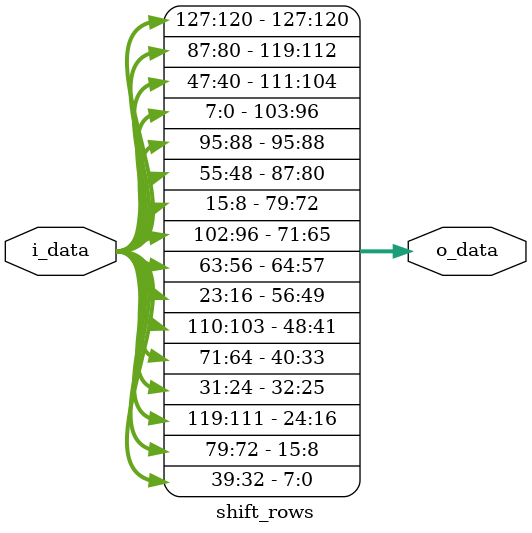
<source format=sv>

module shift_rows
  (
   input wire [127:0] i_data,
   output reg [127:0] o_data
   );

   // state array.T
   // {i_data[127:120], i_data[119:111], i_data[110:103], i_data[102:96],
   //  i_data[95:88],i_data[87:80], i_data[79:72],i_data[71:64], 
   //  i_data[63:56], i_data[55:48], i_data[47:40], i_data[39:32], 
   //  i_data[31:24], i_data[23:16], i_data[15:8], i_data[7:0]};

   // state array
   // {i_data[127:120], i_data[95:88], i_data[63:56], i_data[31:24],
   //  i_data[119:111],i_data[87:80], i_data[79:72],i_data[71:64], 
   //  i_data[110:103], i_data[55:48], i_data[47:40], i_data[39:32], 
   //  i_data[102:96], i_data[23:16], i_data[15:8], i_data[7:0]};

   // shifted
   /*
     assign o_data = {i_data[127:120], i_data[23:16], i_data[47:40], i_data[71:64],
     i_data[119:111], i_data[95:88], i_data[15:8], i_data[39:32],
     i_data[110:103], i_data[87:80], i_data[63:56], i_data[7:0],
     i_data[102:96], i_data[55:48], i_data[79:72], i_data[31:24]};
    */
   // assign o_data = {i_data[127:120], i_data[95:88], i_data[63:56], i_data[31:24],
   // 		    i_data[87:80], i_data[55:48], i_data[23:16], i_data[95:88],
   // 		    i_data[47:40], i_data[15:8], i_data[63:56],	i_data[79:72],
   // 		    i_data[7:0],i_data[31:24], i_data[71:64], i_data[39:32]};
   

   assign o_data = {i_data[127:120], i_data[87:80], i_data[47:40], i_data[7:0],
    i_data[95:88],i_data[55:48], i_data[15:8],i_data[102:96], 
    i_data[63:56], i_data[23:16], i_data[110:103], i_data[71:64], 
    i_data[31:24], i_data[119:111], i_data[79:72], i_data[39:32]};

   //assign o_data = {i_data[127:96], i_data[87:64], i_data[95:88], i_data[47:32], i_data[63:48], i_data[7:0], i_data[31:8]};

endmodule


</source>
